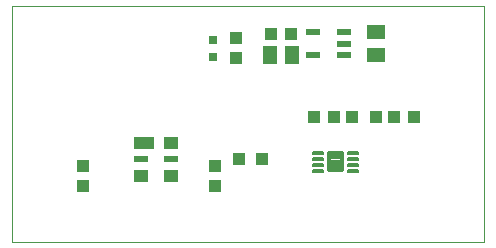
<source format=gtp>
G75*
%MOIN*%
%OFA0B0*%
%FSLAX24Y24*%
%IPPOS*%
%LPD*%
%AMOC8*
5,1,8,0,0,1.08239X$1,22.5*
%
%ADD10C,0.0000*%
%ADD11R,0.0709X0.0394*%
%ADD12R,0.0472X0.0236*%
%ADD13R,0.0472X0.0394*%
%ADD14R,0.0433X0.0394*%
%ADD15R,0.0394X0.0433*%
%ADD16R,0.0394X0.0394*%
%ADD17R,0.0472X0.0217*%
%ADD18R,0.0512X0.0591*%
%ADD19R,0.0591X0.0512*%
%ADD20C,0.0148*%
%ADD21C,0.0059*%
%ADD22R,0.0315X0.0315*%
D10*
X005775Y000139D02*
X005775Y008013D01*
X021523Y008013D01*
X021523Y000139D01*
X005775Y000139D01*
D11*
X010185Y003446D03*
D12*
X010067Y002895D03*
X011090Y002895D03*
D13*
X011090Y002344D03*
X010067Y002344D03*
X011090Y003446D03*
D14*
X008137Y002679D03*
X008137Y002009D03*
X013256Y006261D03*
X013256Y006931D03*
X014417Y007069D03*
X015086Y007069D03*
X018511Y004313D03*
X019181Y004313D03*
D15*
X016504Y004313D03*
X015834Y004313D03*
X012547Y002679D03*
X012547Y002009D03*
D16*
X013334Y002895D03*
X014122Y002895D03*
X017114Y004313D03*
X017901Y004313D03*
D17*
X016838Y006380D03*
X016838Y006754D03*
X016838Y007128D03*
X015815Y007128D03*
X015815Y006380D03*
D18*
X015126Y006360D03*
X014378Y006360D03*
D19*
X017901Y006380D03*
X017901Y007128D03*
D20*
X016342Y003107D02*
X016342Y002527D01*
X016342Y003107D02*
X016784Y003107D01*
X016784Y002527D01*
X016342Y002527D01*
X016342Y002674D02*
X016784Y002674D01*
X016784Y002821D02*
X016342Y002821D01*
X016342Y002968D02*
X016784Y002968D01*
D21*
X016985Y002945D02*
X016985Y002885D01*
X016985Y002945D02*
X017321Y002945D01*
X017321Y002885D01*
X016985Y002885D01*
X016985Y002943D02*
X017321Y002943D01*
X016985Y003082D02*
X016985Y003142D01*
X017321Y003142D01*
X017321Y003082D01*
X016985Y003082D01*
X016985Y003140D02*
X017321Y003140D01*
X016985Y002748D02*
X016985Y002688D01*
X016985Y002748D02*
X017321Y002748D01*
X017321Y002688D01*
X016985Y002688D01*
X016985Y002746D02*
X017321Y002746D01*
X016985Y002551D02*
X016985Y002491D01*
X016985Y002551D02*
X017321Y002551D01*
X017321Y002491D01*
X016985Y002491D01*
X016985Y002549D02*
X017321Y002549D01*
X015804Y002551D02*
X015804Y002491D01*
X015804Y002551D02*
X016140Y002551D01*
X016140Y002491D01*
X015804Y002491D01*
X015804Y002549D02*
X016140Y002549D01*
X015804Y002688D02*
X015804Y002748D01*
X016140Y002748D01*
X016140Y002688D01*
X015804Y002688D01*
X015804Y002746D02*
X016140Y002746D01*
X015804Y002885D02*
X015804Y002945D01*
X016140Y002945D01*
X016140Y002885D01*
X015804Y002885D01*
X015804Y002943D02*
X016140Y002943D01*
X015804Y003082D02*
X015804Y003142D01*
X016140Y003142D01*
X016140Y003082D01*
X015804Y003082D01*
X015804Y003140D02*
X016140Y003140D01*
D22*
X012468Y006301D03*
X012468Y006891D03*
M02*

</source>
